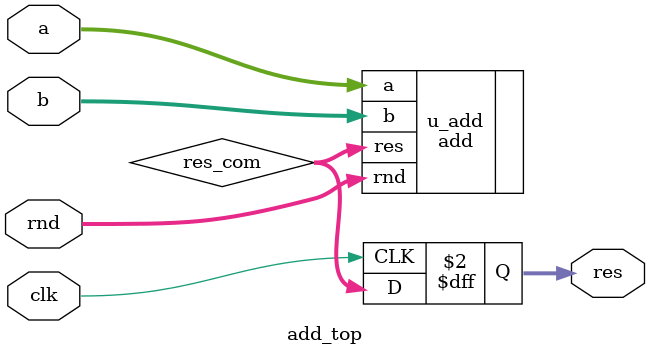
<source format=sv>
module add_top#(
    parameter int unsigned SIGN_W=1,
    parameter int unsigned EXPO_W=8,
    parameter int unsigned MANT_W=23
) (
    input  logic                                        clk ,
    input  logic  [SIGN_W + EXPO_W + MANT_W -1 : 0]     a   ,
    input  logic  [SIGN_W + EXPO_W + MANT_W -1 : 0]     b   ,
    input  logic  [1 : 0]                               rnd ,
    output logic  [SIGN_W + EXPO_W + MANT_W -1 : 0]     res       
);

logic [SIGN_W + EXPO_W + MANT_W -1 : 0] res_com;

add #(
    .SIGN_W(SIGN_W),
    .EXPO_W(EXPO_W),
    .MANT_W(MANT_W)
)
u_add(
    .a(a),
    .b(b),
    .rnd(rnd),
    .res(res_com)
);
always_ff @(posedge clk) begin 
    res<=res_com;
end
endmodule
</source>
